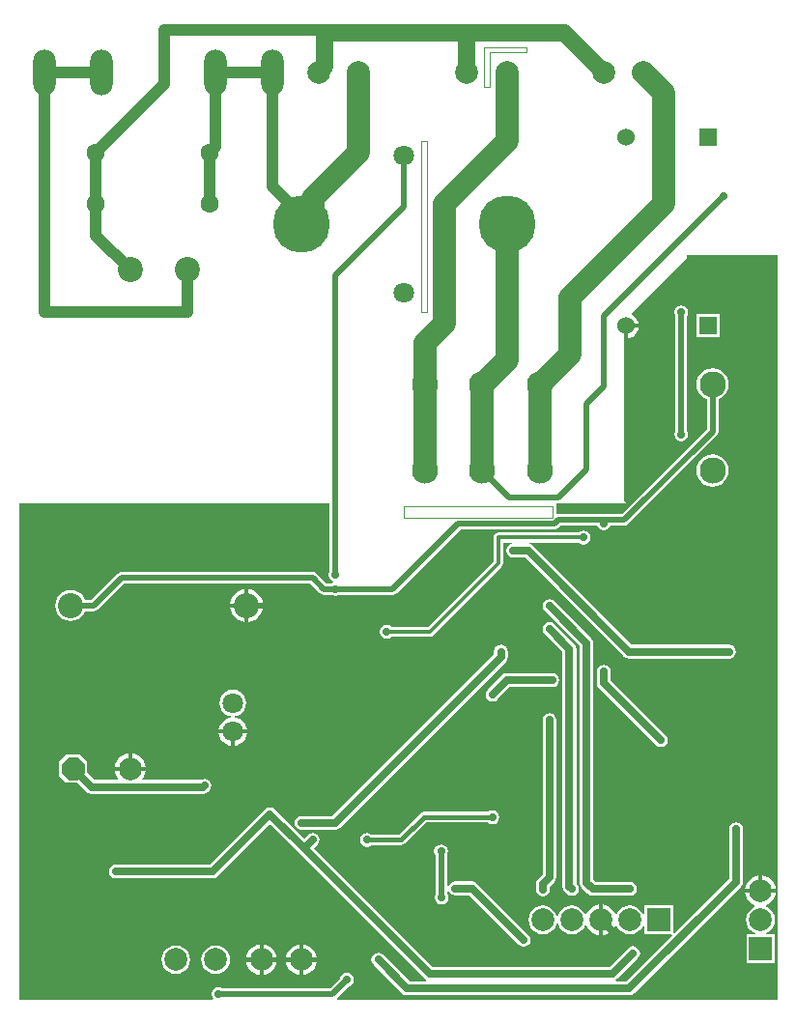
<source format=gbl>
G04 Layer_Physical_Order=2*
G04 Layer_Color=16711680*
%FSLAX25Y25*%
%MOIN*%
G70*
G01*
G75*
%ADD30C,0.02756*%
%ADD31C,0.01575*%
%ADD34C,0.01968*%
%ADD35C,0.07874*%
%ADD36C,0.05905*%
%ADD38C,0.03937*%
%ADD40C,0.01378*%
%ADD43C,0.00394*%
%ADD44C,0.07087*%
%ADD45C,0.09055*%
%ADD46C,0.08661*%
%ADD47C,0.07874*%
%ADD48P,0.08523X8X22.5*%
%ADD49C,0.06299*%
%ADD50C,0.19685*%
%ADD51R,0.06000X0.06000*%
%ADD52C,0.06000*%
%ADD53O,0.07874X0.15748*%
%ADD54R,0.07874X0.07874*%
%ADD55R,0.07874X0.07874*%
%ADD56C,0.02756*%
G36*
X262776Y1003D02*
X110778D01*
X110626Y1503D01*
X110671Y1534D01*
X114710Y5572D01*
X115095Y5649D01*
X115876Y6171D01*
X116398Y6952D01*
X116582Y7874D01*
X116398Y8796D01*
X115876Y9577D01*
X115095Y10099D01*
X114173Y10283D01*
X113251Y10099D01*
X112470Y9577D01*
X111948Y8796D01*
X111872Y8411D01*
X108421Y4960D01*
X71130D01*
X70804Y5178D01*
X69882Y5361D01*
X68960Y5178D01*
X68179Y4656D01*
X67657Y3875D01*
X67473Y2953D01*
X67657Y2031D01*
X68009Y1503D01*
X67742Y1003D01*
X1003D01*
Y172244D01*
X108229D01*
Y148886D01*
X108011Y148559D01*
X107828Y147638D01*
X108011Y146716D01*
X108533Y145935D01*
X109252Y145455D01*
X109293Y145207D01*
X109262Y144913D01*
X109008Y144743D01*
X107111D01*
X103781Y148073D01*
X103130Y148508D01*
X102362Y148661D01*
X36417D01*
X35649Y148508D01*
X34998Y148073D01*
X25940Y139015D01*
X23819D01*
X23540Y139688D01*
X22688Y140798D01*
X21578Y141650D01*
X20285Y142186D01*
X18898Y142369D01*
X17510Y142186D01*
X16217Y141650D01*
X15107Y140798D01*
X14255Y139688D01*
X13720Y138395D01*
X13537Y137008D01*
X13720Y135620D01*
X14255Y134327D01*
X15107Y133217D01*
X16217Y132365D01*
X17510Y131830D01*
X18898Y131647D01*
X20285Y131830D01*
X21578Y132365D01*
X22688Y133217D01*
X23540Y134327D01*
X23819Y135001D01*
X26772D01*
X27540Y135154D01*
X28191Y135589D01*
X37249Y144647D01*
X101531D01*
X104860Y141317D01*
X105511Y140882D01*
X106280Y140729D01*
X109008D01*
X109334Y140511D01*
X110256Y140328D01*
X111178Y140511D01*
X111504Y140729D01*
X129941D01*
X130709Y140882D01*
X131360Y141317D01*
X153390Y163347D01*
X185855D01*
X186623Y163500D01*
X187274Y163935D01*
X187839Y164500D01*
X200517D01*
X200531Y164433D01*
X201053Y163651D01*
X201834Y163129D01*
X202756Y162946D01*
X203678Y163129D01*
X204459Y163651D01*
X204981Y164433D01*
X204995Y164500D01*
X209815D01*
X210583Y164653D01*
X211234Y165088D01*
X241734Y195589D01*
X242169Y196240D01*
X242322Y197008D01*
Y208172D01*
X243095Y208492D01*
X244246Y209376D01*
X245129Y210527D01*
X245685Y211868D01*
X245874Y213307D01*
X245685Y214746D01*
X245129Y216087D01*
X244246Y217238D01*
X243095Y218122D01*
X241754Y218677D01*
X240315Y218866D01*
X238876Y218677D01*
X237535Y218122D01*
X236384Y217238D01*
X235500Y216087D01*
X234945Y214746D01*
X234756Y213307D01*
X234945Y211868D01*
X235500Y210527D01*
X236384Y209376D01*
X237535Y208492D01*
X238308Y208172D01*
Y197839D01*
X208983Y168515D01*
X187008D01*
X186831Y168479D01*
X186444Y168797D01*
Y171260D01*
X186356Y171705D01*
X186620Y172205D01*
X187008D01*
X187202Y172244D01*
X210630D01*
X209646Y173228D01*
Y228773D01*
X209745Y228860D01*
Y233464D01*
X210434D01*
Y234153D01*
X214759D01*
X214699Y234607D01*
X214258Y235672D01*
X213556Y236587D01*
X212641Y237288D01*
X212390Y237392D01*
X212292Y237883D01*
X231299Y256890D01*
Y257874D01*
X262776D01*
Y1003D01*
D02*
G37*
%LPC*%
G36*
X146653Y54574D02*
X145732Y54391D01*
X144950Y53868D01*
X144428Y53087D01*
X144245Y52165D01*
X144428Y51244D01*
X144843Y50623D01*
Y37468D01*
X144625Y37142D01*
X144442Y36220D01*
X144625Y35299D01*
X145147Y34517D01*
X145929Y33995D01*
X146850Y33812D01*
X147772Y33995D01*
X148553Y34517D01*
X149075Y35299D01*
X149259Y36220D01*
X149075Y37142D01*
X148857Y37468D01*
Y38360D01*
X149350Y38448D01*
X149872Y37667D01*
X150653Y37145D01*
X151575Y36962D01*
X156483D01*
X173494Y19951D01*
X174275Y19428D01*
X175197Y19245D01*
X176119Y19428D01*
X176900Y19951D01*
X177422Y20732D01*
X177605Y21654D01*
X177422Y22575D01*
X176900Y23357D01*
X159183Y41073D01*
X158402Y41595D01*
X157480Y41779D01*
X151575D01*
X150653Y41595D01*
X149872Y41073D01*
X149350Y40292D01*
X148857Y40380D01*
Y51212D01*
X148879Y51244D01*
X149062Y52165D01*
X148879Y53087D01*
X148357Y53868D01*
X147575Y54391D01*
X146653Y54574D01*
D02*
G37*
G36*
X201083Y33813D02*
X200384Y33722D01*
X199091Y33186D01*
X197981Y32334D01*
X197129Y31224D01*
X196829Y30500D01*
X196288D01*
X196070Y31025D01*
X195282Y32053D01*
X194254Y32842D01*
X193056Y33338D01*
X191772Y33507D01*
X190487Y33338D01*
X189290Y32842D01*
X188262Y32053D01*
X187473Y31025D01*
X187028Y29952D01*
X187028Y29952D01*
X186516D01*
X186515Y29952D01*
X186070Y31025D01*
X185282Y32053D01*
X184254Y32842D01*
X183056Y33338D01*
X181772Y33507D01*
X180487Y33338D01*
X179290Y32842D01*
X178262Y32053D01*
X177473Y31025D01*
X176977Y29828D01*
X176808Y28543D01*
X176977Y27259D01*
X177473Y26061D01*
X178262Y25033D01*
X179290Y24245D01*
X180487Y23749D01*
X181772Y23580D01*
X183056Y23749D01*
X184254Y24245D01*
X185282Y25033D01*
X186070Y26061D01*
X186515Y27135D01*
X186516Y27135D01*
X187028D01*
X187028Y27135D01*
X187473Y26061D01*
X188262Y25033D01*
X189290Y24245D01*
X190487Y23749D01*
X191772Y23580D01*
X193056Y23749D01*
X194254Y24245D01*
X195282Y25033D01*
X196070Y26061D01*
X196288Y26587D01*
X196829D01*
X197129Y25863D01*
X197981Y24753D01*
X199091Y23901D01*
X200384Y23365D01*
X201083Y23273D01*
Y28543D01*
Y33813D01*
D02*
G37*
G36*
X97736Y20034D02*
X97038Y19942D01*
X95745Y19406D01*
X94634Y18554D01*
X93783Y17444D01*
X93247Y16151D01*
X93155Y15453D01*
X97736D01*
Y20034D01*
D02*
G37*
G36*
X99114D02*
Y15453D01*
X103695D01*
X103603Y16151D01*
X103068Y17444D01*
X102216Y18554D01*
X101106Y19406D01*
X99813Y19942D01*
X99114Y20034D01*
D02*
G37*
G36*
X184055Y99849D02*
X183133Y99666D01*
X182352Y99144D01*
X181830Y98363D01*
X181647Y97441D01*
Y44305D01*
X180069Y42727D01*
X179546Y41945D01*
X179363Y41024D01*
Y39055D01*
X179546Y38133D01*
X180069Y37352D01*
X180850Y36830D01*
X181772Y36647D01*
X182693Y36830D01*
X183475Y37352D01*
X183997Y38133D01*
X184180Y39055D01*
Y40026D01*
X185758Y41604D01*
X186280Y42385D01*
X186464Y43307D01*
Y97441D01*
X186280Y98363D01*
X185758Y99144D01*
X184977Y99666D01*
X184055Y99849D01*
D02*
G37*
G36*
X184055Y139219D02*
X183133Y139036D01*
X182352Y138514D01*
X181830Y137733D01*
X181647Y136811D01*
X181830Y135889D01*
X182352Y135108D01*
X194442Y123018D01*
Y41339D01*
X194625Y40417D01*
X195147Y39636D01*
X197273Y37510D01*
X198055Y36988D01*
X198976Y36804D01*
X211772D01*
X212693Y36988D01*
X213475Y37510D01*
X213997Y38291D01*
X214180Y39213D01*
X213997Y40134D01*
X213475Y40916D01*
X212693Y41438D01*
X211772Y41621D01*
X199974D01*
X199259Y42336D01*
Y124016D01*
X199075Y124937D01*
X198553Y125719D01*
X185758Y138514D01*
X184977Y139036D01*
X184055Y139219D01*
D02*
G37*
G36*
X256201Y43813D02*
X255502Y43722D01*
X254209Y43186D01*
X253099Y42334D01*
X252247Y41224D01*
X251712Y39931D01*
X251620Y39232D01*
X256201D01*
Y43813D01*
D02*
G37*
G36*
X257579D02*
Y39232D01*
X262160D01*
X262068Y39931D01*
X261532Y41224D01*
X260680Y42334D01*
X259570Y43186D01*
X258277Y43722D01*
X257579Y43813D01*
D02*
G37*
G36*
X184055Y131345D02*
X183133Y131162D01*
X182352Y130640D01*
X181830Y129859D01*
X181647Y128937D01*
X181830Y128015D01*
X182352Y127234D01*
X188536Y121050D01*
Y40039D01*
X188720Y39118D01*
X189242Y38336D01*
X190069Y37510D01*
X190850Y36988D01*
X191772Y36804D01*
X192693Y36988D01*
X193475Y37510D01*
X193997Y38291D01*
X194180Y39213D01*
X193997Y40134D01*
X193475Y40916D01*
X193353Y41037D01*
Y122047D01*
X193170Y122969D01*
X192648Y123750D01*
X185758Y130640D01*
X184977Y131162D01*
X184055Y131345D01*
D02*
G37*
G36*
X85335Y20034D02*
Y15453D01*
X89916D01*
X89824Y16151D01*
X89288Y17444D01*
X88436Y18554D01*
X87326Y19406D01*
X86033Y19942D01*
X85335Y20034D01*
D02*
G37*
G36*
X89916Y14075D02*
X85335D01*
Y9494D01*
X86033Y9586D01*
X87326Y10121D01*
X88436Y10973D01*
X89288Y12083D01*
X89824Y13376D01*
X89916Y14075D01*
D02*
G37*
G36*
X97736D02*
X93155D01*
X93247Y13376D01*
X93783Y12083D01*
X94634Y10973D01*
X95745Y10121D01*
X97038Y9586D01*
X97736Y9494D01*
Y14075D01*
D02*
G37*
G36*
X87598Y67369D02*
X86677Y67186D01*
X85895Y66664D01*
X66916Y47684D01*
X34449D01*
X33527Y47501D01*
X32746Y46979D01*
X32224Y46197D01*
X32040Y45276D01*
X32224Y44354D01*
X32746Y43573D01*
X33527Y43050D01*
X34449Y42867D01*
X67913D01*
X68835Y43050D01*
X69616Y43573D01*
X87598Y61554D01*
X97706Y51447D01*
X97706Y51446D01*
X141014Y8140D01*
X141477Y7830D01*
X141325Y7330D01*
X135840D01*
X126703Y16467D01*
X125922Y16989D01*
X125000Y17172D01*
X124078Y16989D01*
X123297Y16467D01*
X122775Y15686D01*
X122591Y14764D01*
X122775Y13842D01*
X123297Y13061D01*
X133140Y3218D01*
X133921Y2696D01*
X134843Y2513D01*
X211614D01*
X212536Y2696D01*
X213317Y3218D01*
X250128Y40029D01*
X250650Y40811D01*
X250834Y41732D01*
Y59842D01*
X250650Y60764D01*
X250128Y61546D01*
X249347Y62068D01*
X248425Y62251D01*
X247503Y62068D01*
X246722Y61546D01*
X246200Y60764D01*
X246017Y59842D01*
Y42730D01*
X227193Y23906D01*
X226693Y24113D01*
Y33465D01*
X216850D01*
Y30449D01*
X216350Y30349D01*
X216070Y31025D01*
X215282Y32053D01*
X214253Y32842D01*
X213056Y33338D01*
X211772Y33507D01*
X210487Y33338D01*
X209290Y32842D01*
X208262Y32053D01*
X207473Y31025D01*
X207255Y30500D01*
X206714D01*
X206414Y31224D01*
X205562Y32334D01*
X204452Y33186D01*
X203159Y33722D01*
X202461Y33813D01*
Y28543D01*
Y23273D01*
X203159Y23365D01*
X204452Y23901D01*
X205562Y24753D01*
X206414Y25863D01*
X206714Y26587D01*
X207255D01*
X207473Y26061D01*
X208262Y25033D01*
X209290Y24245D01*
X210487Y23749D01*
X211772Y23580D01*
X213056Y23749D01*
X214253Y24245D01*
X215282Y25033D01*
X216070Y26061D01*
X216350Y26737D01*
X216850Y26638D01*
Y23622D01*
X226202D01*
X226409Y23122D01*
X210617Y7330D01*
X207100D01*
X206948Y7830D01*
X207412Y8140D01*
X214616Y15344D01*
X215139Y16126D01*
X215322Y17047D01*
X215139Y17969D01*
X214616Y18750D01*
X213835Y19272D01*
X212913Y19456D01*
X211992Y19272D01*
X211210Y18750D01*
X204711Y12251D01*
X143714D01*
X102816Y53150D01*
X104065Y54399D01*
X104587Y55181D01*
X104771Y56102D01*
X104587Y57024D01*
X104065Y57805D01*
X103284Y58328D01*
X102362Y58511D01*
X101441Y58328D01*
X100659Y57805D01*
X99410Y56556D01*
X89302Y66664D01*
X88520Y67186D01*
X87598Y67369D01*
D02*
G37*
G36*
X83957Y14075D02*
X79376D01*
X79467Y13376D01*
X80003Y12083D01*
X80855Y10973D01*
X81965Y10121D01*
X83258Y9586D01*
X83957Y9494D01*
Y14075D01*
D02*
G37*
G36*
X103695D02*
X99114D01*
Y9494D01*
X99813Y9586D01*
X101106Y10121D01*
X102216Y10973D01*
X103068Y12083D01*
X103603Y13376D01*
X103695Y14075D01*
D02*
G37*
G36*
X262160Y37854D02*
X256890D01*
X251620D01*
X251712Y37156D01*
X252247Y35863D01*
X253099Y34753D01*
X254209Y33901D01*
X254933Y33601D01*
Y33060D01*
X254408Y32842D01*
X253380Y32053D01*
X252591Y31025D01*
X252095Y29828D01*
X251926Y28543D01*
X252095Y27259D01*
X252591Y26061D01*
X253380Y25033D01*
X254408Y24245D01*
X255084Y23965D01*
X254984Y23465D01*
X251969D01*
Y13622D01*
X261811D01*
Y23465D01*
X258795D01*
X258696Y23965D01*
X259372Y24245D01*
X260400Y25033D01*
X261189Y26061D01*
X261684Y27259D01*
X261854Y28543D01*
X261684Y29828D01*
X261189Y31025D01*
X260400Y32053D01*
X259372Y32842D01*
X258846Y33060D01*
Y33601D01*
X259570Y33901D01*
X260680Y34753D01*
X261532Y35863D01*
X262068Y37156D01*
X262160Y37854D01*
D02*
G37*
G36*
X83957Y20034D02*
X83258Y19942D01*
X81965Y19406D01*
X80855Y18554D01*
X80003Y17444D01*
X79467Y16151D01*
X79376Y15453D01*
X83957D01*
Y20034D01*
D02*
G37*
G36*
X55118Y19727D02*
X53833Y19558D01*
X52636Y19062D01*
X51608Y18274D01*
X50819Y17246D01*
X50323Y16048D01*
X50154Y14764D01*
X50323Y13479D01*
X50819Y12282D01*
X51608Y11254D01*
X52636Y10465D01*
X53833Y9969D01*
X55118Y9800D01*
X56403Y9969D01*
X57600Y10465D01*
X58628Y11254D01*
X59417Y12282D01*
X59913Y13479D01*
X60082Y14764D01*
X59913Y16048D01*
X59417Y17246D01*
X58628Y18274D01*
X57600Y19062D01*
X56403Y19558D01*
X55118Y19727D01*
D02*
G37*
G36*
X68898D02*
X67613Y19558D01*
X66416Y19062D01*
X65388Y18274D01*
X64599Y17246D01*
X64103Y16048D01*
X63934Y14764D01*
X64103Y13479D01*
X64599Y12282D01*
X65388Y11254D01*
X66416Y10465D01*
X67613Y9969D01*
X68898Y9800D01*
X70182Y9969D01*
X71380Y10465D01*
X72408Y11254D01*
X73196Y12282D01*
X73692Y13479D01*
X73861Y14764D01*
X73692Y16048D01*
X73196Y17246D01*
X72408Y18274D01*
X71380Y19062D01*
X70182Y19558D01*
X68898Y19727D01*
D02*
G37*
G36*
X78839Y142675D02*
X78037Y142570D01*
X76649Y141994D01*
X75456Y141079D01*
X74541Y139887D01*
X73966Y138498D01*
X73860Y137697D01*
X78839D01*
Y142675D01*
D02*
G37*
G36*
X80216Y142675D02*
Y137697D01*
X85195D01*
X85089Y138498D01*
X84514Y139887D01*
X83599Y141079D01*
X82407Y141994D01*
X81018Y142570D01*
X80216Y142675D01*
D02*
G37*
G36*
X85195Y136319D02*
X80216D01*
Y131341D01*
X81018Y131446D01*
X82407Y132021D01*
X83599Y132936D01*
X84514Y134129D01*
X85089Y135518D01*
X85195Y136319D01*
D02*
G37*
G36*
X78839D02*
X73860D01*
X73966Y135518D01*
X74541Y134129D01*
X75456Y132936D01*
X76649Y132021D01*
X78037Y131446D01*
X78839Y131341D01*
Y136319D01*
D02*
G37*
G36*
X195866Y162842D02*
X194945Y162658D01*
X194167Y162139D01*
X166339D01*
X165686Y162009D01*
X165132Y161639D01*
X164762Y161086D01*
X164633Y160433D01*
Y152281D01*
X142010Y129659D01*
X129651D01*
X128875Y130178D01*
X127953Y130361D01*
X127031Y130178D01*
X126250Y129656D01*
X125728Y128875D01*
X125544Y127953D01*
X125728Y127031D01*
X126250Y126250D01*
X127031Y125728D01*
X127953Y125544D01*
X128875Y125728D01*
X129651Y126247D01*
X142717D01*
X143369Y126377D01*
X143923Y126746D01*
X167545Y150368D01*
X167915Y150922D01*
X168045Y151575D01*
Y158727D01*
X171069D01*
X171118Y158227D01*
X170633Y158131D01*
X169852Y157609D01*
X169330Y156827D01*
X169147Y155905D01*
X169330Y154984D01*
X169852Y154202D01*
X170633Y153680D01*
X171555Y153497D01*
X175774D01*
X209911Y119360D01*
X210693Y118838D01*
X211614Y118655D01*
X246063D01*
X246985Y118838D01*
X247766Y119360D01*
X248288Y120141D01*
X248471Y121063D01*
X248288Y121985D01*
X247766Y122766D01*
X246985Y123288D01*
X246063Y123471D01*
X212612D01*
X178475Y157609D01*
X177693Y158131D01*
X177209Y158227D01*
X177258Y158727D01*
X194167D01*
X194945Y158208D01*
X195866Y158025D01*
X196788Y158208D01*
X197569Y158730D01*
X198091Y159511D01*
X198275Y160433D01*
X198091Y161355D01*
X197569Y162136D01*
X196788Y162658D01*
X195866Y162842D01*
D02*
G37*
G36*
X214759Y232775D02*
X211122D01*
Y229139D01*
X211576Y229199D01*
X212641Y229640D01*
X213556Y230342D01*
X214258Y231256D01*
X214699Y232321D01*
X214759Y232775D01*
D02*
G37*
G36*
X242764Y237449D02*
X234795D01*
Y229481D01*
X242764D01*
Y237449D01*
D02*
G37*
G36*
X240315Y189103D02*
X238876Y188913D01*
X237535Y188358D01*
X236384Y187474D01*
X235500Y186323D01*
X234945Y184982D01*
X234756Y183543D01*
X234945Y182104D01*
X235500Y180764D01*
X236384Y179612D01*
X237535Y178729D01*
X238876Y178173D01*
X240315Y177984D01*
X241754Y178173D01*
X243095Y178729D01*
X244246Y179612D01*
X245129Y180764D01*
X245685Y182104D01*
X245874Y183543D01*
X245685Y184982D01*
X245129Y186323D01*
X244246Y187474D01*
X243095Y188358D01*
X241754Y188913D01*
X240315Y189103D01*
D02*
G37*
G36*
X229528Y240598D02*
X228606Y240414D01*
X227824Y239892D01*
X227302Y239111D01*
X227119Y238189D01*
X227302Y237267D01*
X227520Y236941D01*
Y197311D01*
X227302Y196985D01*
X227119Y196063D01*
X227302Y195141D01*
X227824Y194360D01*
X228606Y193838D01*
X229528Y193655D01*
X230449Y193838D01*
X231231Y194360D01*
X231753Y195141D01*
X231936Y196063D01*
X231753Y196985D01*
X231535Y197311D01*
Y236941D01*
X231753Y237267D01*
X231936Y238189D01*
X231753Y239111D01*
X231231Y239892D01*
X230449Y240414D01*
X229528Y240598D01*
D02*
G37*
G36*
X185039Y113629D02*
X169291D01*
X168370Y113446D01*
X167588Y112924D01*
X162667Y108002D01*
X162145Y107221D01*
X161962Y106299D01*
X162145Y105377D01*
X162667Y104596D01*
X163448Y104074D01*
X164370Y103891D01*
X165292Y104074D01*
X166073Y104596D01*
X170289Y108812D01*
X185039D01*
X185961Y108995D01*
X186742Y109517D01*
X187265Y110299D01*
X187448Y111221D01*
X187265Y112142D01*
X186742Y112924D01*
X185961Y113446D01*
X185039Y113629D01*
D02*
G37*
G36*
X22146Y85630D02*
X17224D01*
X14764Y83169D01*
Y78248D01*
X17224Y75787D01*
X21200D01*
X24281Y72706D01*
X25063Y72184D01*
X25984Y72001D01*
X64567D01*
X65489Y72184D01*
X66270Y72706D01*
X66664Y73100D01*
X67186Y73882D01*
X67369Y74803D01*
X67186Y75725D01*
X66664Y76506D01*
X65882Y77028D01*
X64961Y77212D01*
X64039Y77028D01*
X63724Y76818D01*
X43714D01*
X43468Y77318D01*
X44013Y78028D01*
X44548Y79321D01*
X44640Y80020D01*
X34100D01*
X34192Y79321D01*
X34727Y78028D01*
X35272Y77318D01*
X35026Y76818D01*
X26982D01*
X24606Y79194D01*
Y83169D01*
X22146Y85630D01*
D02*
G37*
G36*
X38681Y85979D02*
X37983Y85887D01*
X36690Y85351D01*
X35579Y84499D01*
X34727Y83389D01*
X34192Y82096D01*
X34100Y81398D01*
X38681D01*
Y85979D01*
D02*
G37*
G36*
X167323Y123471D02*
X166401Y123288D01*
X165620Y122766D01*
X165098Y121985D01*
X164914Y121063D01*
Y120092D01*
X109239Y64416D01*
X98425D01*
X97504Y64233D01*
X96722Y63711D01*
X96200Y62930D01*
X96017Y62008D01*
X96200Y61086D01*
X96722Y60305D01*
X97504Y59783D01*
X98425Y59599D01*
X110236D01*
X111158Y59783D01*
X111939Y60305D01*
X169026Y117391D01*
X169548Y118173D01*
X169731Y119095D01*
Y121063D01*
X169548Y121985D01*
X169026Y122766D01*
X168245Y123288D01*
X167323Y123471D01*
D02*
G37*
G36*
X164370Y66385D02*
X163448Y66202D01*
X162822Y65783D01*
X140748D01*
X140057Y65645D01*
X139471Y65254D01*
X132126Y57909D01*
X122611D01*
X121985Y58328D01*
X121063Y58511D01*
X120141Y58328D01*
X119360Y57805D01*
X118838Y57024D01*
X118655Y56102D01*
X118838Y55181D01*
X119360Y54399D01*
X120141Y53877D01*
X121063Y53694D01*
X121985Y53877D01*
X122611Y54296D01*
X132874D01*
X133565Y54434D01*
X134151Y54825D01*
X141496Y62170D01*
X162822D01*
X163448Y61751D01*
X164370Y61568D01*
X165292Y61751D01*
X166073Y62273D01*
X166595Y63055D01*
X166779Y63976D01*
X166595Y64898D01*
X166073Y65679D01*
X165292Y66202D01*
X164370Y66385D01*
D02*
G37*
G36*
X40059Y85979D02*
Y81398D01*
X44640D01*
X44548Y82096D01*
X44013Y83389D01*
X43161Y84499D01*
X42050Y85351D01*
X40758Y85887D01*
X40059Y85979D01*
D02*
G37*
G36*
X74114Y92815D02*
X69930D01*
X70009Y92219D01*
X70504Y91022D01*
X71293Y89994D01*
X72321Y89205D01*
X73518Y88709D01*
X74114Y88631D01*
Y92815D01*
D02*
G37*
G36*
X74803Y107913D02*
X73621Y107757D01*
X72520Y107301D01*
X71574Y106576D01*
X70848Y105630D01*
X70392Y104528D01*
X70236Y103347D01*
X70392Y102164D01*
X70848Y101063D01*
X71574Y100117D01*
X72520Y99392D01*
X73621Y98935D01*
X74073Y98876D01*
Y98372D01*
X73518Y98299D01*
X72321Y97803D01*
X71293Y97014D01*
X70504Y95986D01*
X70009Y94789D01*
X69930Y94193D01*
X74803D01*
X79676D01*
X79598Y94789D01*
X79102Y95986D01*
X78313Y97014D01*
X77285Y97803D01*
X76088Y98299D01*
X75533Y98372D01*
Y98876D01*
X75985Y98935D01*
X77087Y99392D01*
X78032Y100117D01*
X78758Y101063D01*
X79214Y102164D01*
X79370Y103347D01*
X79214Y104528D01*
X78758Y105630D01*
X78032Y106576D01*
X77087Y107301D01*
X75985Y107757D01*
X74803Y107913D01*
D02*
G37*
G36*
X202756Y116582D02*
X201834Y116398D01*
X201053Y115876D01*
X200531Y115095D01*
X200347Y114173D01*
Y110236D01*
X200531Y109315D01*
X201053Y108533D01*
X220738Y88848D01*
X221519Y88326D01*
X222441Y88143D01*
X223363Y88326D01*
X224144Y88848D01*
X224666Y89630D01*
X224849Y90551D01*
X224666Y91473D01*
X224144Y92254D01*
X205164Y111234D01*
Y114173D01*
X204981Y115095D01*
X204459Y115876D01*
X203678Y116398D01*
X202756Y116582D01*
D02*
G37*
G36*
X79676Y92815D02*
X75492D01*
Y88631D01*
X76088Y88709D01*
X77285Y89205D01*
X78313Y89994D01*
X79102Y91022D01*
X79598Y92219D01*
X79676Y92815D01*
D02*
G37*
%LPD*%
D30*
X218504Y65945D02*
X248425D01*
X198976Y39213D02*
X211772D01*
X215551Y68898D02*
X218504Y65945D01*
X72835Y85630D02*
X76968Y81496D01*
X167323Y119095D02*
Y121063D01*
X110236Y62008D02*
X167323Y119095D01*
X98425Y62008D02*
X110236D01*
X211614Y4921D02*
X248425Y41732D01*
Y59842D01*
X201772Y28543D02*
X209528Y20787D01*
X214463D01*
X215565Y19685D01*
X219488D01*
X205709Y9843D02*
X212913Y17047D01*
X134843Y4921D02*
X211614D01*
X125000Y14764D02*
X134843Y4921D01*
X164370Y106299D02*
X169291Y111221D01*
X184055Y136811D02*
X196850Y124016D01*
Y41339D02*
Y124016D01*
Y41339D02*
X198976Y39213D01*
X190945Y40039D02*
X191772Y39213D01*
X202756Y110236D02*
Y114173D01*
Y110236D02*
X222441Y90551D01*
X184055Y43307D02*
Y97441D01*
X181772Y41024D02*
X184055Y43307D01*
X120079Y94488D02*
Y101378D01*
X103347Y118110D02*
X120079Y101378D01*
X157480Y39370D02*
X175197Y21654D01*
X76968Y61221D02*
Y81496D01*
X67913Y45276D02*
X87598Y64961D01*
X34449Y45276D02*
X67913D01*
X142717Y9843D02*
X205709D01*
X211614Y121063D02*
X246063D01*
X181772Y39055D02*
Y41024D01*
X171555Y155905D02*
X176772D01*
X211614Y121063D01*
X169291Y111221D02*
X185039D01*
X184055Y128937D02*
X190945Y122047D01*
Y40039D02*
Y122047D01*
X19685Y80709D02*
X25984Y74409D01*
X64567D01*
X64961Y74803D01*
X99410Y53150D02*
X142717Y9843D01*
X151575Y39370D02*
X157480D01*
X87598Y64961D02*
X99410Y53150D01*
X102362Y56102D01*
D31*
X121063D02*
X132874D01*
X140748Y63976D01*
X164370D01*
D34*
X257087Y148213D02*
Y209842D01*
X196850Y184055D02*
Y206693D01*
X187008Y166507D02*
X202756D01*
X209815D01*
X202756Y237008D02*
X244094Y278346D01*
X202756Y212598D02*
Y237008D01*
X196850Y206693D02*
X202756Y212598D01*
X79528Y137008D02*
X140945D01*
X146653Y52165D02*
X146850Y51968D01*
X110236Y147638D02*
Y250984D01*
X133858Y274606D01*
Y292323D01*
X140945Y137008D02*
X146653Y142717D01*
X18898Y137008D02*
X26772D01*
X36417Y146653D01*
X102362D01*
X106280Y142736D01*
X110256D01*
X257087Y148213D02*
X260827Y144473D01*
X110256Y142736D02*
X129941D01*
X152559Y165354D01*
X185855D01*
X240315Y197008D02*
Y213307D01*
X229528Y196063D02*
Y238189D01*
X185855Y165354D02*
X187008Y166507D01*
X160945Y183543D02*
X170276Y174213D01*
X187008D01*
X196850Y184055D01*
X209815Y166507D02*
X240315Y197008D01*
X202756Y165354D02*
Y166507D01*
X69882Y2953D02*
X109252D01*
X114173Y7874D01*
X146850Y36220D02*
Y51968D01*
D35*
X141102Y227717D02*
X147638Y234252D01*
X141102Y213307D02*
Y227717D01*
X147638Y234252D02*
Y254331D01*
Y275590D02*
X169291Y297244D01*
X141102Y198425D02*
Y213307D01*
X180787Y213366D02*
X191043Y223622D01*
Y243209D01*
X198819Y250984D01*
X223425Y275590D01*
Y289370D01*
Y307087D01*
Y313976D01*
X216535Y320866D02*
X223425Y313976D01*
X180787Y196850D02*
Y213307D01*
X169291Y221654D02*
Y230709D01*
X102362Y267717D02*
Y277559D01*
X180787Y183543D02*
Y196850D01*
Y213307D02*
Y213366D01*
X169291Y307480D02*
Y314961D01*
Y300000D02*
Y307480D01*
Y314961D02*
Y320866D01*
X147638Y264567D02*
Y275590D01*
X169291Y297244D02*
Y300000D01*
Y253543D02*
Y268701D01*
Y244094D02*
Y253543D01*
Y230709D02*
Y244094D01*
X160945Y183543D02*
Y198031D01*
X141102Y183543D02*
Y198425D01*
X147638Y254331D02*
Y264567D01*
X160945Y213307D02*
X169291Y221654D01*
X107087Y282283D02*
X114961Y290158D01*
X102362Y277559D02*
X107087Y282283D01*
X114961Y290158D02*
X118110Y293307D01*
Y299213D02*
Y307087D01*
Y293307D02*
Y299213D01*
Y307087D02*
Y314567D01*
Y320866D01*
X160945Y198031D02*
Y213307D01*
D36*
X155512Y328740D02*
Y334646D01*
X106299Y327756D02*
Y334646D01*
X155512Y320866D02*
Y328740D01*
X106299Y322835D02*
Y327756D01*
X196850Y326772D02*
X202756Y320866D01*
X188976Y334646D02*
X196850Y326772D01*
X187008Y334646D02*
X188976D01*
X177165D02*
X187008D01*
X167323D02*
X177165D01*
X157480D02*
X167323D01*
X155512D02*
X157480D01*
X147638D02*
X155512D01*
X137795D02*
X147638D01*
X127953D02*
X137795D01*
X118110D02*
X127953D01*
X108268D02*
X118110D01*
X106299D02*
X108268D01*
X104331Y320866D02*
X106299Y322835D01*
D38*
X88583Y281496D02*
X102362Y267717D01*
X9843Y238189D02*
Y320866D01*
Y238189D02*
X59055D01*
X51181Y335630D02*
X107283D01*
X108268Y334646D01*
X51181Y316929D02*
Y335630D01*
X59055Y238189D02*
Y252756D01*
X88583Y281496D02*
Y320866D01*
X66929Y275590D02*
Y293307D01*
X68898Y295276D01*
Y320866D01*
X27559Y293307D02*
X51181Y316929D01*
X68898Y320866D02*
X88583D01*
X27559Y275590D02*
Y293307D01*
Y264567D02*
Y275590D01*
Y264567D02*
X39370Y252756D01*
X29528Y316929D02*
Y320866D01*
X9843D02*
X29528D01*
D40*
X127953Y127953D02*
X142717D01*
X166339Y151575D01*
Y160433D01*
X195866D01*
D43*
X139764Y238189D02*
X141732D01*
X139764D02*
Y297244D01*
X141732D01*
Y238189D02*
Y297244D01*
X185039Y167323D02*
Y171260D01*
X133858Y167323D02*
X185039D01*
X133858D02*
Y171260D01*
X185039D01*
X163386Y315945D02*
Y327756D01*
X176181D01*
Y329724D01*
X161417D02*
X176181D01*
X161417Y315945D02*
Y329724D01*
Y315945D02*
X163386D01*
D44*
X74803Y103347D02*
D03*
Y93504D02*
D03*
X133858Y292323D02*
D03*
Y245079D02*
D03*
D45*
X141102Y213307D02*
D03*
X160945D02*
D03*
X180787D02*
D03*
X141102Y183543D02*
D03*
X240315D02*
D03*
Y213307D02*
D03*
X180787Y183543D02*
D03*
X160945D02*
D03*
D46*
X59055Y252756D02*
D03*
X39370D02*
D03*
X79528Y137008D02*
D03*
X18898D02*
D03*
D47*
X39370Y80709D02*
D03*
X118110Y320866D02*
D03*
X104331D02*
D03*
X169291D02*
D03*
X155512D02*
D03*
X216535D02*
D03*
X202756D02*
D03*
X84646Y14764D02*
D03*
X98425D02*
D03*
X256890Y38543D02*
D03*
Y28543D02*
D03*
X181772D02*
D03*
X191772D02*
D03*
X211772D02*
D03*
X201772D02*
D03*
X55118Y14764D02*
D03*
X68898D02*
D03*
D48*
X19685Y80709D02*
D03*
D49*
X66929Y293307D02*
D03*
X27559D02*
D03*
X66929Y275590D02*
D03*
X27559D02*
D03*
D50*
X98425Y268701D02*
D03*
X169291D02*
D03*
D51*
X238779Y298425D02*
D03*
Y233465D02*
D03*
D52*
X210434Y298425D02*
D03*
Y233464D02*
D03*
D53*
X9843Y320866D02*
D03*
X29528D02*
D03*
X68898D02*
D03*
X88583D02*
D03*
D54*
X256890Y18543D02*
D03*
D55*
X221772Y28543D02*
D03*
D56*
X155512Y328740D02*
D03*
X106299Y327756D02*
D03*
X180787Y196850D02*
D03*
X187008Y219488D02*
D03*
X191929Y225394D02*
D03*
Y235236D02*
D03*
Y244094D02*
D03*
X198819Y250984D02*
D03*
X205709Y258858D02*
D03*
X212598Y265748D02*
D03*
X220472Y272638D02*
D03*
X222441Y280512D02*
D03*
Y289370D02*
D03*
Y299213D02*
D03*
Y307087D02*
D03*
X222146Y316339D02*
D03*
X164567Y292520D02*
D03*
X169291Y307480D02*
D03*
Y314961D02*
D03*
Y300000D02*
D03*
X233858Y151969D02*
D03*
X234055Y146949D02*
D03*
X234154Y142323D02*
D03*
Y137795D02*
D03*
X248031Y147638D02*
D03*
Y143701D02*
D03*
Y151575D02*
D03*
X257874Y228346D02*
D03*
X251968Y216535D02*
D03*
X257874Y204724D02*
D03*
X251968Y169291D02*
D03*
X257874Y157480D02*
D03*
X251968Y3937D02*
D03*
X246063Y228346D02*
D03*
Y204724D02*
D03*
X240157Y169291D02*
D03*
X246063Y110236D02*
D03*
X240157Y98425D02*
D03*
X246063Y86614D02*
D03*
X240157Y74803D02*
D03*
X246063Y62992D02*
D03*
Y15748D02*
D03*
X240157Y3937D02*
D03*
X234252Y251968D02*
D03*
Y204724D02*
D03*
X228346Y169291D02*
D03*
Y145669D02*
D03*
X234252Y133858D02*
D03*
Y110236D02*
D03*
Y86614D02*
D03*
X228346Y27559D02*
D03*
X234252Y15748D02*
D03*
X228346Y3937D02*
D03*
X222441Y228346D02*
D03*
X216535Y216535D02*
D03*
X222441Y204724D02*
D03*
X216535Y192913D02*
D03*
Y145669D02*
D03*
X222441Y110236D02*
D03*
X216535Y74803D02*
D03*
Y51181D02*
D03*
Y3937D02*
D03*
X210630Y133858D02*
D03*
X204724Y122047D02*
D03*
X210630Y110236D02*
D03*
X204724Y98425D02*
D03*
X210630Y86614D02*
D03*
X204724Y74803D02*
D03*
X210630Y62992D02*
D03*
X192913Y145669D02*
D03*
X187008Y39370D02*
D03*
X169291Y74803D02*
D03*
Y51181D02*
D03*
X175197Y39370D02*
D03*
X157480Y122047D02*
D03*
X151575Y157480D02*
D03*
X133858Y122047D02*
D03*
X139764Y110236D02*
D03*
X133858Y98425D02*
D03*
Y74803D02*
D03*
Y51181D02*
D03*
X139764Y39370D02*
D03*
X133858Y27559D02*
D03*
X122047Y122047D02*
D03*
X127953Y110236D02*
D03*
Y86614D02*
D03*
X122047Y51181D02*
D03*
X127953Y39370D02*
D03*
X122047Y3937D02*
D03*
X110236Y122047D02*
D03*
Y51181D02*
D03*
X98425Y169291D02*
D03*
Y122047D02*
D03*
Y98425D02*
D03*
Y74803D02*
D03*
X104331Y39370D02*
D03*
X98425Y27559D02*
D03*
X86614Y169291D02*
D03*
X92519Y133858D02*
D03*
X86614Y122047D02*
D03*
X92519Y110236D02*
D03*
X86614Y74803D02*
D03*
X92519Y39370D02*
D03*
X86614Y27559D02*
D03*
X74803Y169291D02*
D03*
X80708Y157480D02*
D03*
X74803Y122047D02*
D03*
X80708Y110236D02*
D03*
Y86614D02*
D03*
Y39370D02*
D03*
X74803Y27559D02*
D03*
X62992Y169291D02*
D03*
X68897Y157480D02*
D03*
Y133858D02*
D03*
X62992Y122047D02*
D03*
X68897Y110236D02*
D03*
X62992Y98425D02*
D03*
X68897Y86614D02*
D03*
Y39370D02*
D03*
X62992Y27559D02*
D03*
Y3937D02*
D03*
X51181Y169291D02*
D03*
X57086Y157480D02*
D03*
Y133858D02*
D03*
X51181Y122047D02*
D03*
X57086Y110236D02*
D03*
X51181Y98425D02*
D03*
X57086Y86614D02*
D03*
Y62992D02*
D03*
Y39370D02*
D03*
X51181Y27559D02*
D03*
X39370Y169291D02*
D03*
X45275Y157480D02*
D03*
Y133858D02*
D03*
X39370Y122047D02*
D03*
X45275Y110236D02*
D03*
X39370Y98425D02*
D03*
X45275Y86614D02*
D03*
Y62992D02*
D03*
Y39370D02*
D03*
X27559Y169291D02*
D03*
X33464Y157480D02*
D03*
X27559Y145669D02*
D03*
X33464Y133858D02*
D03*
Y110236D02*
D03*
X27559Y98425D02*
D03*
X33464Y86614D02*
D03*
Y62992D02*
D03*
Y39370D02*
D03*
X15748Y169291D02*
D03*
X21653Y157480D02*
D03*
X15748Y145669D02*
D03*
Y98425D02*
D03*
Y74803D02*
D03*
X21653Y62992D02*
D03*
X15748Y3937D02*
D03*
X3937Y169291D02*
D03*
X9842Y157480D02*
D03*
X3937Y145669D02*
D03*
X9842Y133858D02*
D03*
X3937Y122047D02*
D03*
X9842Y110236D02*
D03*
X3937Y98425D02*
D03*
X9842Y86614D02*
D03*
X3937Y74803D02*
D03*
X9842Y62992D02*
D03*
X3937Y51181D02*
D03*
Y27559D02*
D03*
X9842Y15748D02*
D03*
X3937Y3937D02*
D03*
X244094Y278346D02*
D03*
X169291Y253543D02*
D03*
Y244094D02*
D03*
Y230709D02*
D03*
X168898Y222441D02*
D03*
X160945Y198031D02*
D03*
X141102Y198425D02*
D03*
X140551Y221654D02*
D03*
X144882Y231102D02*
D03*
X147244Y244094D02*
D03*
X147638Y254331D02*
D03*
Y264567D02*
D03*
Y275591D02*
D03*
X155512Y283465D02*
D03*
X107087Y282283D02*
D03*
X114961Y290158D02*
D03*
X118110Y299213D02*
D03*
Y307087D02*
D03*
Y314567D02*
D03*
X196850Y326772D02*
D03*
X187008Y334646D02*
D03*
X177165D02*
D03*
X167323D02*
D03*
X157480D02*
D03*
X147638D02*
D03*
X137795D02*
D03*
X127953D02*
D03*
X118110D02*
D03*
X108268D02*
D03*
X229528Y238189D02*
D03*
X248425Y65945D02*
D03*
Y59842D02*
D03*
X219488Y19685D02*
D03*
X212913Y17047D02*
D03*
X215551Y68898D02*
D03*
X125000Y14764D02*
D03*
X43307Y17717D02*
D03*
X167323Y121063D02*
D03*
X202756Y114173D02*
D03*
X222441Y90551D02*
D03*
X164370Y106299D02*
D03*
X184055Y97441D02*
D03*
X146653Y52165D02*
D03*
X103347Y118110D02*
D03*
X120079Y94488D02*
D03*
X98425Y62008D02*
D03*
X175197Y21654D02*
D03*
X76968Y61221D02*
D03*
X87598Y64961D02*
D03*
X34449Y45276D02*
D03*
X72835Y85630D02*
D03*
X64961Y74803D02*
D03*
X184055Y136811D02*
D03*
Y128937D02*
D03*
X246063Y121063D02*
D03*
X181772Y39055D02*
D03*
X211772Y39213D02*
D03*
X191772D02*
D03*
X171555Y155905D02*
D03*
X110236Y147638D02*
D03*
X146653Y142717D02*
D03*
X185039Y111221D02*
D03*
X110256Y142736D02*
D03*
X257087Y209842D02*
D03*
X260827Y144473D02*
D03*
X127953Y127953D02*
D03*
X229528Y196063D02*
D03*
X195866Y160433D02*
D03*
X202756Y165354D02*
D03*
X114173Y7874D02*
D03*
X69882Y2953D02*
D03*
X151575Y39370D02*
D03*
X146850Y36220D02*
D03*
X121063Y56102D02*
D03*
X102362D02*
D03*
X164370Y63976D02*
D03*
M02*

</source>
